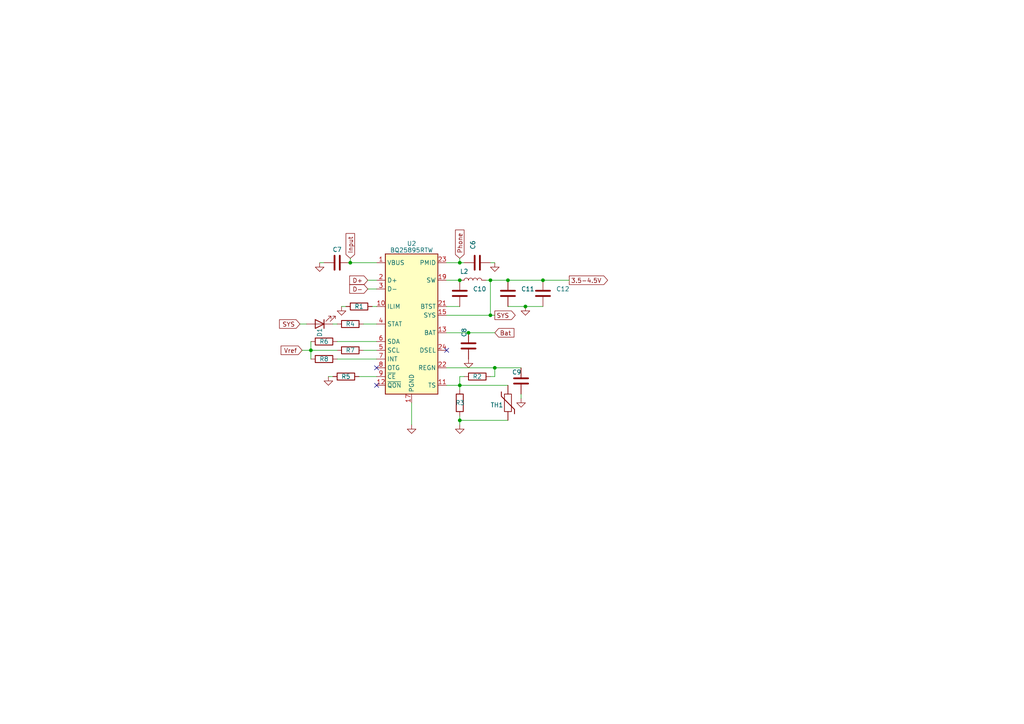
<source format=kicad_sch>
(kicad_sch (version 20230121) (generator eeschema)
  (paper "A4")
  (lib_symbols
    (symbol "Battery_Management:BQ25895RTW"
      (property "Reference" "U2" (at 0 23.3299 0))
      (property "Value" "BQ25895RTW" (at 0 21.4089 0))
      (symbol "BQ25895RTW_0_1"
        (rectangle (start -7.62 20.32) (end 7.62 -20.32) (stroke (width 0.254)) (fill (type background)))
      )
      (symbol "BQ25895RTW_1_1"
        (pin power_in line (at -10.16 17.78 0) (length 2.54) (name "VBUS") (number "1"))
        (pin passive line (at -10.16 5.08 0) (length 2.54) (name "ILIM") (number "10"))
        (pin passive line (at 10.16 -17.78 180) (length 2.54) (name "TS") (number "11"))
        (pin input line (at -10.16 -17.78 0) (length 2.54) (name "~{QON}") (number "12"))
        (pin passive line (at 10.16 -2.54 180) (length 2.54) (name "BAT") (number "13"))
        (pin passive line (at 10.16 -2.54 180) (length 2.54) hide (name "BAT") (number "14"))
        (pin passive line (at 10.16 2.54 180) (length 2.54) (name "SYS") (number "15"))
        (pin passive line (at 10.16 2.54 180) (length 2.54) hide (name "SYS") (number "16"))
        (pin power_in line (at 0 -22.86 90) (length 2.54) (name "PGND") (number "17"))
        (pin passive line (at 0 -22.86 90) (length 2.54) hide (name "PGND") (number "18"))
        (pin power_out line (at 10.16 12.7 180) (length 2.54) (name "SW") (number "19"))
        (pin bidirectional line (at -10.16 12.7 0) (length 2.54) (name "D+") (number "2"))
        (pin passive line (at 10.16 12.7 180) (length 2.54) hide (name "SW") (number "20"))
        (pin passive line (at 10.16 5.08 180) (length 2.54) (name "BTST") (number "21"))
        (pin passive line (at 10.16 -12.7 180) (length 2.54) (name "REGN") (number "22"))
        (pin power_out line (at 10.16 17.78 180) (length 2.54) (name "PMID") (number "23"))
        (pin open_collector line (at 10.16 -7.62 180) (length 2.54) (name "DSEL") (number "24"))
        (pin passive line (at 0 -22.86 90) (length 2.54) hide (name "PGND") (number "25"))
        (pin bidirectional line (at -10.16 10.16 0) (length 2.54) (name "D-") (number "3"))
        (pin open_collector line (at -10.16 0 0) (length 2.54) (name "STAT") (number "4"))
        (pin input line (at -10.16 -7.62 0) (length 2.54) (name "SCL") (number "5"))
        (pin bidirectional line (at -10.16 -5.08 0) (length 2.54) (name "SDA") (number "6"))
        (pin open_collector line (at -10.16 -10.16 0) (length 2.54) (name "INT") (number "7"))
        (pin input line (at -10.16 -12.7 0) (length 2.54) (name "OTG") (number "8"))
        (pin input line (at -10.16 -15.24 0) (length 2.54) (name "~{CE}") (number "9"))
      )
    )
    (symbol "Device:C" (pin_numbers hide) (pin_names (offset 0.254))
      (property "Reference" "C" (at 0.635 2.54 0))
      (property "Value" "C" (at 0.635 -2.54 0))
      (symbol "C_0_1"
        (polyline (pts (xy -2.032 -0.762) (xy 2.032 -0.762)) (stroke (width 0.508)))
        (polyline (pts (xy -2.032 0.762) (xy 2.032 0.762)) (stroke (width 0.508)))
      )
      (symbol "C_1_1"
        (pin passive line (at 0 3.81 270) (length 2.794) (name "~") (number "1"))
        (pin passive line (at 0 -3.81 90) (length 2.794) (name "~") (number "2"))
      )
    )
    (symbol "Device:L" (pin_numbers hide) (pin_names (offset 1.016) hide)
      (property "Reference" "L" (at -1.27 0 90))
      (property "Value" "L" (at 1.905 0 90))
      (symbol "L_0_1"
        (arc (start 0 -2.54) (mid 0.6323 -1.905) (end 0 -1.27))
        (arc (start 0 -1.27) (mid 0.6323 -0.635) (end 0 0))
        (arc (start 0 0) (mid 0.6323 0.635) (end 0 1.27))
        (arc (start 0 1.27) (mid 0.6323 1.905) (end 0 2.54))
      )
      (symbol "L_1_1"
        (pin passive line (at 0 3.81 270) (length 1.27) (name "1") (number "1"))
        (pin passive line (at 0 -3.81 90) (length 1.27) (name "2") (number "2"))
      )
    )
    (symbol "Device:LED" (pin_numbers hide) (pin_names (offset 1.016) hide)
      (property "Reference" "D" (at 0 2.54 0))
      (property "Value" "LED" (at 0 -2.54 0))
      (symbol "LED_0_1"
        (polyline (pts (xy -1.27 -1.27) (xy -1.27 1.27)) (stroke (width 0.254)))
        (polyline (pts (xy -1.27 0) (xy 1.27 0)))
        (polyline (pts (xy 1.27 -1.27) (xy 1.27 1.27) (xy -1.27 0) (xy 1.27 -1.27)) (stroke (width 0.254)))
        (polyline (pts (xy -3.048 -0.762) (xy -4.572 -2.286) (xy -3.81 -2.286) (xy -4.572 -2.286) (xy -4.572 -1.524)))
        (polyline (pts (xy -1.778 -0.762) (xy -3.302 -2.286) (xy -2.54 -2.286) (xy -3.302 -2.286) (xy -3.302 -1.524)))
      )
      (symbol "LED_1_1"
        (pin passive line (at -3.81 0 0) (length 2.54) (name "K") (number "1"))
        (pin passive line (at 3.81 0 180) (length 2.54) (name "A") (number "2"))
      )
    )
    (symbol "Device:R" (pin_numbers hide) (pin_names (offset 0))
      (property "Reference" "R" (at 2.032 0 90))
      (property "Value" "R" (at 0 0 90))
      (symbol "R_0_1"
        (rectangle (start -1.016 -2.54) (end 1.016 2.54) (stroke (width 0.254)))
      )
      (symbol "R_1_1"
        (pin passive line (at 0 3.81 270) (length 1.27) (name "~") (number "1"))
        (pin passive line (at 0 -3.81 90) (length 1.27) (name "~") (number "2"))
      )
    )
    (symbol "Device:Thermistor" (pin_numbers hide) (pin_names (offset 0))
      (property "Reference" "TH" (at 2.54 1.27 90))
      (property "Value" "Thermistor" (at -2.54 0 90))
      (symbol "Thermistor_0_1"
        (rectangle (start -1.016 2.54) (end 1.016 -2.54) (stroke (width 0.2032)))
        (polyline (pts (xy -1.905 3.175) (xy -1.905 1.905) (xy 1.905 -1.905) (xy 1.905 -3.175) (xy 1.905 -3.175)) (stroke (width 0.254)))
      )
      (symbol "Thermistor_1_1"
        (pin passive line (at 0 5.08 270) (length 2.54) (name "~") (number "1"))
        (pin passive line (at 0 -5.08 90) (length 2.54) (name "~") (number "2"))
      )
    )
    (symbol "power:GND" (power) (pin_names (offset 0))
      (property "Value" "GND" (at 0 -3.81 0))
      (symbol "GND_0_1"
        (polyline (pts (xy 0 0) (xy 0 -1.27) (xy 1.27 -1.27) (xy 0 -2.54) (xy -1.27 -1.27) (xy 0 -1.27)))
      )
      (symbol "GND_1_1"
        (pin power_in line (at 0 0 270) (length 0) hide (name "GND") (number "1"))
      )
    )
  )
  (junction (at 133.35 111.76))
  (junction (at 133.35 76.2))
  (junction (at 142.24 81.28))
  (junction (at 135.89 96.52))
  (junction (at 101.6 76.2))
  (junction (at 133.35 81.28))
  (junction (at 157.48 81.28))
  (junction (at 143.51 106.68))
  (junction (at 90.17 101.6))
  (junction (at 152.4 88.9))
  (junction (at 147.32 81.28))
  (junction (at 142.24 91.44))
  (junction (at 133.35 121.92))
  (no_connect (at 109.22 106.68))
  (no_connect (at 129.54 101.6))
  (no_connect (at 109.22 111.76))
  (wire (pts (xy 105.41 101.6) (xy 109.22 101.6)))
  (wire (pts (xy 142.24 81.28) (xy 147.32 81.28)))
  (wire (pts (xy 129.54 81.28) (xy 133.35 81.28)))
  (wire (pts (xy 143.51 106.68) (xy 151.13 106.68)))
  (wire (pts (xy 90.17 99.06) (xy 90.17 101.6)))
  (wire (pts (xy 133.35 76.2) (xy 134.62 76.2)))
  (wire (pts (xy 129.54 88.9) (xy 133.35 88.9)))
  (wire (pts (xy 133.35 109.22) (xy 134.62 109.22)))
  (wire (pts (xy 151.13 114.3) (xy 151.13 115.57)))
  (wire (pts (xy 147.32 81.28) (xy 157.48 81.28)))
  (wire (pts (xy 133.35 121.92) (xy 133.35 123.19)))
  (wire (pts (xy 133.35 74.93) (xy 133.35 76.2)))
  (wire (pts (xy 107.95 88.9) (xy 109.22 88.9)))
  (wire (pts (xy 106.68 83.82) (xy 109.22 83.82)))
  (wire (pts (xy 133.35 111.76) (xy 133.35 113.03)))
  (wire (pts (xy 129.54 106.68) (xy 143.51 106.68)))
  (wire (pts (xy 97.79 104.14) (xy 109.22 104.14)))
  (wire (pts (xy 135.89 96.52) (xy 143.51 96.52)))
  (wire (pts (xy 86.995 93.98) (xy 88.9 93.98)))
  (wire (pts (xy 143.51 109.22) (xy 143.51 106.68)))
  (wire (pts (xy 87.63 101.6) (xy 90.17 101.6)))
  (wire (pts (xy 104.14 109.22) (xy 109.22 109.22)))
  (wire (pts (xy 147.32 88.9) (xy 152.4 88.9)))
  (wire (pts (xy 142.24 109.22) (xy 143.51 109.22)))
  (wire (pts (xy 99.06 88.9) (xy 100.33 88.9)))
  (wire (pts (xy 96.52 93.98) (xy 97.79 93.98)))
  (wire (pts (xy 90.17 101.6) (xy 97.79 101.6)))
  (wire (pts (xy 105.41 93.98) (xy 109.22 93.98)))
  (wire (pts (xy 140.97 81.28) (xy 142.24 81.28)))
  (wire (pts (xy 97.79 99.06) (xy 109.22 99.06)))
  (wire (pts (xy 129.54 76.2) (xy 133.35 76.2)))
  (wire (pts (xy 152.4 88.9) (xy 157.48 88.9)))
  (wire (pts (xy 129.54 91.44) (xy 142.24 91.44)))
  (wire (pts (xy 101.6 74.93) (xy 101.6 76.2)))
  (wire (pts (xy 129.54 111.76) (xy 133.35 111.76)))
  (wire (pts (xy 119.38 116.84) (xy 119.38 123.19)))
  (wire (pts (xy 101.6 76.2) (xy 109.22 76.2)))
  (wire (pts (xy 142.24 91.44) (xy 143.51 91.44)))
  (wire (pts (xy 129.54 96.52) (xy 135.89 96.52)))
  (wire (pts (xy 106.68 81.28) (xy 109.22 81.28)))
  (wire (pts (xy 90.17 101.6) (xy 90.17 104.14)))
  (wire (pts (xy 157.48 81.28) (xy 165.1 81.28)))
  (wire (pts (xy 95.25 109.22) (xy 96.52 109.22)))
  (wire (pts (xy 133.35 109.22) (xy 133.35 111.76)))
  (wire (pts (xy 142.24 81.28) (xy 142.24 91.44)))
  (wire (pts (xy 133.35 121.92) (xy 147.32 121.92)))
  (wire (pts (xy 133.35 120.65) (xy 133.35 121.92)))
  (wire (pts (xy 92.71 76.2) (xy 93.98 76.2)))
  (wire (pts (xy 142.24 76.2) (xy 143.51 76.2)))
  (wire (pts (xy 133.35 111.76) (xy 147.32 111.76)))
  (global_label "Vref" (shape input) (at 87.63 101.6 180) (property "Intersheetrefs" "${INTERSHEET_REFS}" (effects hide)))
  (global_label "Input" (shape input) (at 101.6 74.93 90) (property "Intersheetrefs" "${INTERSHEET_REFS}" (effects hide)))
  (global_label "SYS" (shape output) (at 143.51 91.44 0) (property "Intersheetrefs" "${INTERSHEET_REFS}" (effects hide)))
  (global_label "D+" (shape input) (at 106.68 81.28 180) (property "Intersheetrefs" "${INTERSHEET_REFS}" (effects hide)))
  (global_label "D-" (shape input) (at 106.68 83.82 180) (property "Intersheetrefs" "${INTERSHEET_REFS}" (effects hide)))
  (global_label "SYS" (shape input) (at 86.995 93.98 180) (property "Intersheetrefs" "${INTERSHEET_REFS}" (effects hide)))
  (global_label "3.5-4.5V" (shape output) (at 165.1 81.28 0) (property "Intersheetrefs" "${INTERSHEET_REFS}" (effects hide)))
  (global_label "Bat" (shape input) (at 143.51 96.52 0) (property "Intersheetrefs" "${INTERSHEET_REFS}" (effects hide)))
  (global_label "Phone" (shape input) (at 133.35 74.93 90) (property "Intersheetrefs" "${INTERSHEET_REFS}" (effects hide)))
  (symbol (lib_id "Device:R") (at 101.6 101.6 90) (unit 1)
    (property "Reference" "R7" (at 101.6 101.6 90))
    (property "Value" "10k" (effects hide))
    (property "Footprint" "Resistor_SMD:R_0603_1608Metric" (effects hide))
  )
  (symbol (lib_id "Device:C") (at 138.43 76.2 90) (unit 1)
    (property "Reference" "C6" (at 137.16 72.39 0) (effects (justify left)))
    (property "Value" "8.2u" (effects hide))
    (property "Footprint" "Capacitor_SMD:C_1206_3216Metric" (effects hide))
  )
  (symbol (lib_id "Device:R") (at 133.35 116.84 180) (unit 1)
    (property "Reference" "R3" (at 132.08 116.84 0) (effects (justify right)))
    (property "Value" "30.1k" (effects hide))
    (property "Footprint" "Resistor_SMD:R_0603_1608Metric" (effects hide))
  )
  (symbol (lib_id "Device:Thermistor") (at 147.32 116.84 0) (unit 1)
    (property "Reference" "TH1" (at 142.24 117.475 0) (effects (justify left)))
    (property "Value" "10k" (effects hide))
    (property "Footprint" "Resistor_SMD:R_0603_1608Metric" (effects hide))
  )
  (symbol (lib_id "Device:C") (at 151.13 110.49 180) (unit 1)
    (property "Reference" "C9" (at 149.86 107.95 0))
    (property "Value" "4.7u" (effects hide))
    (property "Footprint" "Capacitor_SMD:C_0603_1608Metric" (effects hide))
  )
  (symbol (lib_id "Device:R") (at 138.43 109.22 90) (unit 1)
    (property "Reference" "R2" (at 138.43 109.22 90))
    (property "Value" "5.23k" (effects hide))
    (property "Footprint" "Resistor_SMD:R_0603_1608Metric" (effects hide))
  )
  (symbol (lib_id "Device:R") (at 93.98 104.14 90) (unit 1)
    (property "Reference" "R8" (at 93.98 104.14 90))
    (property "Value" "10k" (effects hide))
    (property "Footprint" "Resistor_SMD:R_0603_1608Metric" (effects hide))
  )
  (symbol (lib_id "Device:R") (at 100.33 109.22 90) (unit 1)
    (property "Reference" "R5" (at 100.33 109.22 90))
    (property "Value" "4.7k" (effects hide))
    (property "Footprint" "Resistor_SMD:R_0603_1608Metric" (effects hide))
  )
  (symbol (lib_id "power:GND") (at 119.38 123.19 0) (unit 1)
    (property "Reference" "#PWR08" (effects hide))
    (property "Value" "GND" (effects hide))
  )
  (symbol (lib_id "Device:LED") (at 92.71 93.98 180) (unit 1)
    (property "Reference" "D1" (at 92.71 97.79 90) (effects (justify right)))
    (property "Value" "LED" (effects hide))
    (property "Footprint" "LED_SMD:LED_0603_1608Metric" (effects hide))
  )
  (symbol (lib_id "power:GND") (at 133.35 123.19 0) (unit 1)
    (property "Reference" "#PWR07" (effects hide))
    (property "Value" "GND" (effects hide))
  )
  (symbol (lib_id "power:GND") (at 152.4 88.9 0) (unit 1)
    (property "Reference" "#PWR09" (effects hide))
    (property "Value" "GND" (effects hide))
  )
  (symbol (lib_id "power:GND") (at 135.89 104.14 0) (unit 1)
    (property "Reference" "#PWR05" (effects hide))
    (property "Value" "GND" (effects hide))
  )
  (symbol (lib_id "Device:C") (at 157.48 85.09 180) (unit 1)
    (property "Reference" "C12" (at 161.29 83.82 0) (effects (justify right)))
    (property "Value" "10u" (effects hide))
    (property "Footprint" "Capacitor_SMD:C_0603_1608Metric" (effects hide))
  )
  (symbol (lib_id "power:GND") (at 95.25 109.22 0) (unit 1)
    (property "Reference" "#PWR010" (effects hide))
    (property "Value" "GND" (effects hide))
  )
  (symbol (lib_id "power:GND") (at 143.51 76.2 0) (unit 1)
    (property "Reference" "#PWR02" (effects hide))
    (property "Value" "GND" (effects hide))
  )
  (symbol (lib_id "Device:R") (at 104.14 88.9 90) (unit 1)
    (property "Reference" "R1" (at 104.14 88.9 90))
    (property "Value" "260" (effects hide))
    (property "Footprint" "Resistor_SMD:R_0603_1608Metric" (effects hide))
  )
  (symbol (lib_id "power:GND") (at 99.06 88.9 0) (unit 1)
    (property "Reference" "#PWR04" (effects hide))
    (property "Value" "GND" (effects hide))
  )
  (symbol (lib_id "Device:C") (at 135.89 100.33 180) (unit 1)
    (property "Reference" "C8" (at 134.62 97.79 90) (effects (justify right)))
    (property "Value" "10u" (effects hide))
    (property "Footprint" "Capacitor_SMD:C_0603_1608Metric" (effects hide))
  )
  (symbol (lib_id "power:GND") (at 151.13 115.57 0) (unit 1)
    (property "Reference" "#PWR06" (effects hide))
    (property "Value" "GND" (effects hide))
  )
  (symbol (lib_id "Device:C") (at 97.79 76.2 270) (unit 1)
    (property "Reference" "C7" (at 97.79 72.39 90))
    (property "Value" "1u" (effects hide))
    (property "Footprint" "Resistor_SMD:R_0603_1608Metric" (effects hide))
  )
  (symbol (lib_id "Device:L") (at 137.16 81.28 90) (unit 1)
    (property "Reference" "L2" (at 134.62 78.74 90))
    (property "Value" "2.2u" (effects hide))
  )
  (symbol (lib_id "Battery_Management:BQ25895RTW") (at 119.38 93.98 0) (unit 1)
    (property "Reference" "U2" (at 119.38 70.6501 0))
    (property "Value" "BQ25895RTW" (at 119.38 72.5711 0))
    (property "Footprint" "Package_DFN_QFN:Texas_S-PWQFN-N24_EP2.7x2.7mm_ThermalVias" (effects hide))
    (property "Datasheet" "http://www.ti.com/lit/ds/symlink/bq25895.pdf" (effects hide))
  )
  (symbol (lib_id "Device:R") (at 93.98 99.06 90) (unit 1)
    (property "Reference" "R6" (at 93.98 99.06 90))
    (property "Value" "10k" (effects hide))
    (property "Footprint" "Resistor_SMD:R_0603_1608Metric" (effects hide))
  )
  (symbol (lib_id "power:GND") (at 92.71 76.2 0) (unit 1)
    (property "Reference" "#PWR03" (effects hide))
    (property "Value" "GND" (effects hide))
  )
  (symbol (lib_id "Device:C") (at 133.35 85.09 180) (unit 1)
    (property "Reference" "C10" (at 137.16 83.82 0) (effects (justify right)))
    (property "Value" "47n" (effects hide))
    (property "Footprint" "Capacitor_SMD:C_0603_1608Metric" (effects hide))
  )
  (symbol (lib_id "Device:R") (at 101.6 93.98 90) (unit 1)
    (property "Reference" "R4" (at 101.6 93.98 90))
    (property "Value" "2.2k" (effects hide))
    (property "Footprint" "Resistor_SMD:R_0603_1608Metric" (effects hide))
  )
  (symbol (lib_id "Device:C") (at 147.32 85.09 180) (unit 1)
    (property "Reference" "C11" (at 151.13 83.82 0) (effects (justify right)))
    (property "Value" "10u" (effects hide))
    (property "Footprint" "Capacitor_SMD:C_0603_1608Metric" (effects hide))
  )
)
</source>
